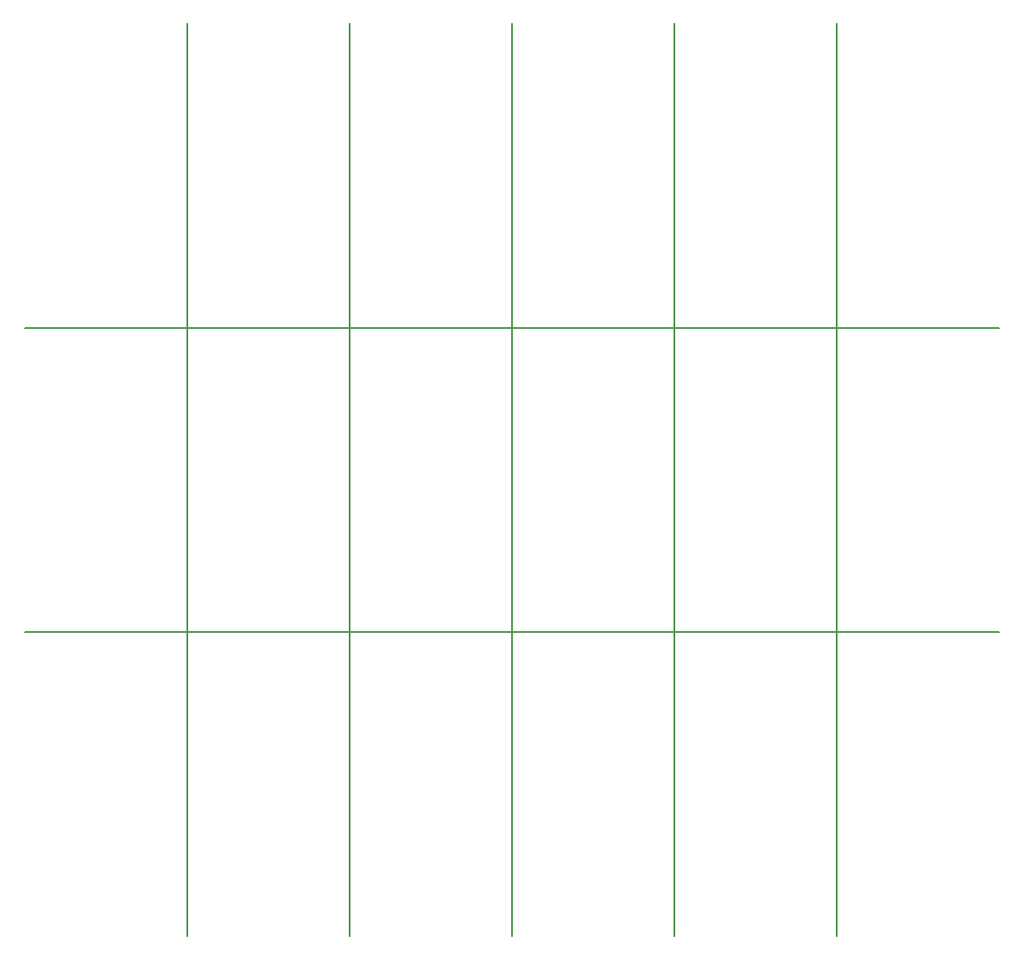
<source format=gbr>
G04 #@! TF.GenerationSoftware,KiCad,Pcbnew,5.1.9-73d0e3b20d~88~ubuntu20.04.1*
G04 #@! TF.CreationDate,2021-02-02T19:01:36+09:00*
G04 #@! TF.ProjectId,NeoPixel-Grove,4e656f50-6978-4656-9c2d-47726f76652e,rev?*
G04 #@! TF.SameCoordinates,Original*
G04 #@! TF.FileFunction,Other,ECO1*
%FSLAX46Y46*%
G04 Gerber Fmt 4.6, Leading zero omitted, Abs format (unit mm)*
G04 Created by KiCad (PCBNEW 5.1.9-73d0e3b20d~88~ubuntu20.04.1) date 2021-02-02 19:01:36*
%MOMM*%
%LPD*%
G01*
G04 APERTURE LIST*
%ADD10C,0.150000*%
G04 APERTURE END LIST*
D10*
X284000000Y-146000000D02*
X284000000Y-56000000D01*
X268000000Y-56000000D02*
X268000000Y-146000000D01*
X252000000Y-56000000D02*
X252000000Y-146000000D01*
X236000000Y-146000000D02*
X236000000Y-56000000D01*
X220000000Y-146000000D02*
X220000000Y-56000000D01*
X300000000Y-116000000D02*
X204000000Y-116000000D01*
X204000000Y-86000000D02*
X300000000Y-86000000D01*
M02*

</source>
